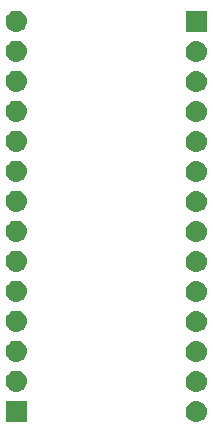
<source format=gbr>
G04 #@! TF.GenerationSoftware,KiCad,Pcbnew,(5.1.2)-2*
G04 #@! TF.CreationDate,2019-11-11T20:09:09+01:00*
G04 #@! TF.ProjectId,MCP25625_Breakoutboard,4d435032-3536-4323-955f-427265616b6f,rev?*
G04 #@! TF.SameCoordinates,Original*
G04 #@! TF.FileFunction,Soldermask,Bot*
G04 #@! TF.FilePolarity,Negative*
%FSLAX46Y46*%
G04 Gerber Fmt 4.6, Leading zero omitted, Abs format (unit mm)*
G04 Created by KiCad (PCBNEW (5.1.2)-2) date 2019-11-11 20:09:09*
%MOMM*%
%LPD*%
G04 APERTURE LIST*
%ADD10C,0.100000*%
G04 APERTURE END LIST*
D10*
G36*
X153023523Y-112625519D02*
G01*
X153089707Y-112632037D01*
X153259546Y-112683557D01*
X153416071Y-112767222D01*
X153451809Y-112796552D01*
X153553266Y-112879814D01*
X153636528Y-112981271D01*
X153665858Y-113017009D01*
X153749523Y-113173534D01*
X153801043Y-113343373D01*
X153818439Y-113520000D01*
X153801043Y-113696627D01*
X153749523Y-113866466D01*
X153665858Y-114022991D01*
X153636528Y-114058729D01*
X153553266Y-114160186D01*
X153451809Y-114243448D01*
X153416071Y-114272778D01*
X153259546Y-114356443D01*
X153089707Y-114407963D01*
X153023522Y-114414482D01*
X152957340Y-114421000D01*
X152868820Y-114421000D01*
X152802638Y-114414482D01*
X152736453Y-114407963D01*
X152566614Y-114356443D01*
X152410089Y-114272778D01*
X152374351Y-114243448D01*
X152272894Y-114160186D01*
X152189632Y-114058729D01*
X152160302Y-114022991D01*
X152076637Y-113866466D01*
X152025117Y-113696627D01*
X152007721Y-113520000D01*
X152025117Y-113343373D01*
X152076637Y-113173534D01*
X152160302Y-113017009D01*
X152189632Y-112981271D01*
X152272894Y-112879814D01*
X152374351Y-112796552D01*
X152410089Y-112767222D01*
X152566614Y-112683557D01*
X152736453Y-112632037D01*
X152802637Y-112625519D01*
X152868820Y-112619000D01*
X152957340Y-112619000D01*
X153023523Y-112625519D01*
X153023523Y-112625519D01*
G37*
G36*
X138574080Y-114401000D02*
G01*
X136772080Y-114401000D01*
X136772080Y-112599000D01*
X138574080Y-112599000D01*
X138574080Y-114401000D01*
X138574080Y-114401000D01*
G37*
G36*
X153023523Y-110085519D02*
G01*
X153089707Y-110092037D01*
X153259546Y-110143557D01*
X153416071Y-110227222D01*
X153451809Y-110256552D01*
X153553266Y-110339814D01*
X153636528Y-110441271D01*
X153665858Y-110477009D01*
X153749523Y-110633534D01*
X153801043Y-110803373D01*
X153818439Y-110980000D01*
X153801043Y-111156627D01*
X153749523Y-111326466D01*
X153665858Y-111482991D01*
X153636528Y-111518729D01*
X153553266Y-111620186D01*
X153451809Y-111703448D01*
X153416071Y-111732778D01*
X153259546Y-111816443D01*
X153089707Y-111867963D01*
X153023522Y-111874482D01*
X152957340Y-111881000D01*
X152868820Y-111881000D01*
X152802638Y-111874482D01*
X152736453Y-111867963D01*
X152566614Y-111816443D01*
X152410089Y-111732778D01*
X152374351Y-111703448D01*
X152272894Y-111620186D01*
X152189632Y-111518729D01*
X152160302Y-111482991D01*
X152076637Y-111326466D01*
X152025117Y-111156627D01*
X152007721Y-110980000D01*
X152025117Y-110803373D01*
X152076637Y-110633534D01*
X152160302Y-110477009D01*
X152189632Y-110441271D01*
X152272894Y-110339814D01*
X152374351Y-110256552D01*
X152410089Y-110227222D01*
X152566614Y-110143557D01*
X152736453Y-110092037D01*
X152802637Y-110085519D01*
X152868820Y-110079000D01*
X152957340Y-110079000D01*
X153023523Y-110085519D01*
X153023523Y-110085519D01*
G37*
G36*
X137783522Y-110065518D02*
G01*
X137849707Y-110072037D01*
X138019546Y-110123557D01*
X138176071Y-110207222D01*
X138200441Y-110227222D01*
X138313266Y-110319814D01*
X138396528Y-110421271D01*
X138425858Y-110457009D01*
X138509523Y-110613534D01*
X138561043Y-110783373D01*
X138578439Y-110960000D01*
X138561043Y-111136627D01*
X138509523Y-111306466D01*
X138425858Y-111462991D01*
X138409446Y-111482989D01*
X138313266Y-111600186D01*
X138211809Y-111683448D01*
X138176071Y-111712778D01*
X138019546Y-111796443D01*
X137849707Y-111847963D01*
X137783523Y-111854481D01*
X137717340Y-111861000D01*
X137628820Y-111861000D01*
X137562637Y-111854481D01*
X137496453Y-111847963D01*
X137326614Y-111796443D01*
X137170089Y-111712778D01*
X137134351Y-111683448D01*
X137032894Y-111600186D01*
X136936714Y-111482989D01*
X136920302Y-111462991D01*
X136836637Y-111306466D01*
X136785117Y-111136627D01*
X136767721Y-110960000D01*
X136785117Y-110783373D01*
X136836637Y-110613534D01*
X136920302Y-110457009D01*
X136949632Y-110421271D01*
X137032894Y-110319814D01*
X137145719Y-110227222D01*
X137170089Y-110207222D01*
X137326614Y-110123557D01*
X137496453Y-110072037D01*
X137562638Y-110065518D01*
X137628820Y-110059000D01*
X137717340Y-110059000D01*
X137783522Y-110065518D01*
X137783522Y-110065518D01*
G37*
G36*
X153023522Y-107545518D02*
G01*
X153089707Y-107552037D01*
X153259546Y-107603557D01*
X153416071Y-107687222D01*
X153451809Y-107716552D01*
X153553266Y-107799814D01*
X153636528Y-107901271D01*
X153665858Y-107937009D01*
X153749523Y-108093534D01*
X153801043Y-108263373D01*
X153818439Y-108440000D01*
X153801043Y-108616627D01*
X153749523Y-108786466D01*
X153665858Y-108942991D01*
X153636528Y-108978729D01*
X153553266Y-109080186D01*
X153451809Y-109163448D01*
X153416071Y-109192778D01*
X153259546Y-109276443D01*
X153089707Y-109327963D01*
X153023523Y-109334481D01*
X152957340Y-109341000D01*
X152868820Y-109341000D01*
X152802637Y-109334481D01*
X152736453Y-109327963D01*
X152566614Y-109276443D01*
X152410089Y-109192778D01*
X152374351Y-109163448D01*
X152272894Y-109080186D01*
X152189632Y-108978729D01*
X152160302Y-108942991D01*
X152076637Y-108786466D01*
X152025117Y-108616627D01*
X152007721Y-108440000D01*
X152025117Y-108263373D01*
X152076637Y-108093534D01*
X152160302Y-107937009D01*
X152189632Y-107901271D01*
X152272894Y-107799814D01*
X152374351Y-107716552D01*
X152410089Y-107687222D01*
X152566614Y-107603557D01*
X152736453Y-107552037D01*
X152802638Y-107545518D01*
X152868820Y-107539000D01*
X152957340Y-107539000D01*
X153023522Y-107545518D01*
X153023522Y-107545518D01*
G37*
G36*
X137783522Y-107525518D02*
G01*
X137849707Y-107532037D01*
X138019546Y-107583557D01*
X138176071Y-107667222D01*
X138200441Y-107687222D01*
X138313266Y-107779814D01*
X138396528Y-107881271D01*
X138425858Y-107917009D01*
X138509523Y-108073534D01*
X138561043Y-108243373D01*
X138578439Y-108420000D01*
X138561043Y-108596627D01*
X138509523Y-108766466D01*
X138425858Y-108922991D01*
X138409446Y-108942989D01*
X138313266Y-109060186D01*
X138211809Y-109143448D01*
X138176071Y-109172778D01*
X138019546Y-109256443D01*
X137849707Y-109307963D01*
X137783522Y-109314482D01*
X137717340Y-109321000D01*
X137628820Y-109321000D01*
X137562638Y-109314482D01*
X137496453Y-109307963D01*
X137326614Y-109256443D01*
X137170089Y-109172778D01*
X137134351Y-109143448D01*
X137032894Y-109060186D01*
X136936714Y-108942989D01*
X136920302Y-108922991D01*
X136836637Y-108766466D01*
X136785117Y-108596627D01*
X136767721Y-108420000D01*
X136785117Y-108243373D01*
X136836637Y-108073534D01*
X136920302Y-107917009D01*
X136949632Y-107881271D01*
X137032894Y-107779814D01*
X137145719Y-107687222D01*
X137170089Y-107667222D01*
X137326614Y-107583557D01*
X137496453Y-107532037D01*
X137562638Y-107525518D01*
X137628820Y-107519000D01*
X137717340Y-107519000D01*
X137783522Y-107525518D01*
X137783522Y-107525518D01*
G37*
G36*
X153023522Y-105005518D02*
G01*
X153089707Y-105012037D01*
X153259546Y-105063557D01*
X153416071Y-105147222D01*
X153451809Y-105176552D01*
X153553266Y-105259814D01*
X153636528Y-105361271D01*
X153665858Y-105397009D01*
X153749523Y-105553534D01*
X153801043Y-105723373D01*
X153818439Y-105900000D01*
X153801043Y-106076627D01*
X153749523Y-106246466D01*
X153665858Y-106402991D01*
X153636528Y-106438729D01*
X153553266Y-106540186D01*
X153451809Y-106623448D01*
X153416071Y-106652778D01*
X153259546Y-106736443D01*
X153089707Y-106787963D01*
X153023523Y-106794481D01*
X152957340Y-106801000D01*
X152868820Y-106801000D01*
X152802637Y-106794481D01*
X152736453Y-106787963D01*
X152566614Y-106736443D01*
X152410089Y-106652778D01*
X152374351Y-106623448D01*
X152272894Y-106540186D01*
X152189632Y-106438729D01*
X152160302Y-106402991D01*
X152076637Y-106246466D01*
X152025117Y-106076627D01*
X152007721Y-105900000D01*
X152025117Y-105723373D01*
X152076637Y-105553534D01*
X152160302Y-105397009D01*
X152189632Y-105361271D01*
X152272894Y-105259814D01*
X152374351Y-105176552D01*
X152410089Y-105147222D01*
X152566614Y-105063557D01*
X152736453Y-105012037D01*
X152802638Y-105005518D01*
X152868820Y-104999000D01*
X152957340Y-104999000D01*
X153023522Y-105005518D01*
X153023522Y-105005518D01*
G37*
G36*
X137783522Y-104985518D02*
G01*
X137849707Y-104992037D01*
X138019546Y-105043557D01*
X138176071Y-105127222D01*
X138200441Y-105147222D01*
X138313266Y-105239814D01*
X138396528Y-105341271D01*
X138425858Y-105377009D01*
X138509523Y-105533534D01*
X138561043Y-105703373D01*
X138578439Y-105880000D01*
X138561043Y-106056627D01*
X138509523Y-106226466D01*
X138425858Y-106382991D01*
X138409446Y-106402989D01*
X138313266Y-106520186D01*
X138211809Y-106603448D01*
X138176071Y-106632778D01*
X138019546Y-106716443D01*
X137849707Y-106767963D01*
X137783522Y-106774482D01*
X137717340Y-106781000D01*
X137628820Y-106781000D01*
X137562638Y-106774482D01*
X137496453Y-106767963D01*
X137326614Y-106716443D01*
X137170089Y-106632778D01*
X137134351Y-106603448D01*
X137032894Y-106520186D01*
X136936714Y-106402989D01*
X136920302Y-106382991D01*
X136836637Y-106226466D01*
X136785117Y-106056627D01*
X136767721Y-105880000D01*
X136785117Y-105703373D01*
X136836637Y-105533534D01*
X136920302Y-105377009D01*
X136949632Y-105341271D01*
X137032894Y-105239814D01*
X137145719Y-105147222D01*
X137170089Y-105127222D01*
X137326614Y-105043557D01*
X137496453Y-104992037D01*
X137562638Y-104985518D01*
X137628820Y-104979000D01*
X137717340Y-104979000D01*
X137783522Y-104985518D01*
X137783522Y-104985518D01*
G37*
G36*
X153023523Y-102465519D02*
G01*
X153089707Y-102472037D01*
X153259546Y-102523557D01*
X153416071Y-102607222D01*
X153451809Y-102636552D01*
X153553266Y-102719814D01*
X153636528Y-102821271D01*
X153665858Y-102857009D01*
X153749523Y-103013534D01*
X153801043Y-103183373D01*
X153818439Y-103360000D01*
X153801043Y-103536627D01*
X153749523Y-103706466D01*
X153665858Y-103862991D01*
X153636528Y-103898729D01*
X153553266Y-104000186D01*
X153451809Y-104083448D01*
X153416071Y-104112778D01*
X153259546Y-104196443D01*
X153089707Y-104247963D01*
X153023522Y-104254482D01*
X152957340Y-104261000D01*
X152868820Y-104261000D01*
X152802637Y-104254481D01*
X152736453Y-104247963D01*
X152566614Y-104196443D01*
X152410089Y-104112778D01*
X152374351Y-104083448D01*
X152272894Y-104000186D01*
X152189632Y-103898729D01*
X152160302Y-103862991D01*
X152076637Y-103706466D01*
X152025117Y-103536627D01*
X152007721Y-103360000D01*
X152025117Y-103183373D01*
X152076637Y-103013534D01*
X152160302Y-102857009D01*
X152189632Y-102821271D01*
X152272894Y-102719814D01*
X152374351Y-102636552D01*
X152410089Y-102607222D01*
X152566614Y-102523557D01*
X152736453Y-102472037D01*
X152802637Y-102465519D01*
X152868820Y-102459000D01*
X152957340Y-102459000D01*
X153023523Y-102465519D01*
X153023523Y-102465519D01*
G37*
G36*
X137783522Y-102445518D02*
G01*
X137849707Y-102452037D01*
X138019546Y-102503557D01*
X138176071Y-102587222D01*
X138200441Y-102607222D01*
X138313266Y-102699814D01*
X138396528Y-102801271D01*
X138425858Y-102837009D01*
X138509523Y-102993534D01*
X138561043Y-103163373D01*
X138578439Y-103340000D01*
X138561043Y-103516627D01*
X138509523Y-103686466D01*
X138425858Y-103842991D01*
X138409446Y-103862989D01*
X138313266Y-103980186D01*
X138211809Y-104063448D01*
X138176071Y-104092778D01*
X138019546Y-104176443D01*
X137849707Y-104227963D01*
X137783522Y-104234482D01*
X137717340Y-104241000D01*
X137628820Y-104241000D01*
X137562638Y-104234482D01*
X137496453Y-104227963D01*
X137326614Y-104176443D01*
X137170089Y-104092778D01*
X137134351Y-104063448D01*
X137032894Y-103980186D01*
X136936714Y-103862989D01*
X136920302Y-103842991D01*
X136836637Y-103686466D01*
X136785117Y-103516627D01*
X136767721Y-103340000D01*
X136785117Y-103163373D01*
X136836637Y-102993534D01*
X136920302Y-102837009D01*
X136949632Y-102801271D01*
X137032894Y-102699814D01*
X137145719Y-102607222D01*
X137170089Y-102587222D01*
X137326614Y-102503557D01*
X137496453Y-102452037D01*
X137562637Y-102445519D01*
X137628820Y-102439000D01*
X137717340Y-102439000D01*
X137783522Y-102445518D01*
X137783522Y-102445518D01*
G37*
G36*
X153023523Y-99925519D02*
G01*
X153089707Y-99932037D01*
X153259546Y-99983557D01*
X153416071Y-100067222D01*
X153451809Y-100096552D01*
X153553266Y-100179814D01*
X153636528Y-100281271D01*
X153665858Y-100317009D01*
X153749523Y-100473534D01*
X153801043Y-100643373D01*
X153818439Y-100820000D01*
X153801043Y-100996627D01*
X153749523Y-101166466D01*
X153665858Y-101322991D01*
X153636528Y-101358729D01*
X153553266Y-101460186D01*
X153451809Y-101543448D01*
X153416071Y-101572778D01*
X153259546Y-101656443D01*
X153089707Y-101707963D01*
X153023522Y-101714482D01*
X152957340Y-101721000D01*
X152868820Y-101721000D01*
X152802637Y-101714481D01*
X152736453Y-101707963D01*
X152566614Y-101656443D01*
X152410089Y-101572778D01*
X152374351Y-101543448D01*
X152272894Y-101460186D01*
X152189632Y-101358729D01*
X152160302Y-101322991D01*
X152076637Y-101166466D01*
X152025117Y-100996627D01*
X152007721Y-100820000D01*
X152025117Y-100643373D01*
X152076637Y-100473534D01*
X152160302Y-100317009D01*
X152189632Y-100281271D01*
X152272894Y-100179814D01*
X152374351Y-100096552D01*
X152410089Y-100067222D01*
X152566614Y-99983557D01*
X152736453Y-99932037D01*
X152802637Y-99925519D01*
X152868820Y-99919000D01*
X152957340Y-99919000D01*
X153023523Y-99925519D01*
X153023523Y-99925519D01*
G37*
G36*
X137783523Y-99905519D02*
G01*
X137849707Y-99912037D01*
X138019546Y-99963557D01*
X138176071Y-100047222D01*
X138200441Y-100067222D01*
X138313266Y-100159814D01*
X138396528Y-100261271D01*
X138425858Y-100297009D01*
X138509523Y-100453534D01*
X138561043Y-100623373D01*
X138578439Y-100800000D01*
X138561043Y-100976627D01*
X138509523Y-101146466D01*
X138425858Y-101302991D01*
X138409446Y-101322989D01*
X138313266Y-101440186D01*
X138211809Y-101523448D01*
X138176071Y-101552778D01*
X138019546Y-101636443D01*
X137849707Y-101687963D01*
X137783522Y-101694482D01*
X137717340Y-101701000D01*
X137628820Y-101701000D01*
X137562637Y-101694481D01*
X137496453Y-101687963D01*
X137326614Y-101636443D01*
X137170089Y-101552778D01*
X137134351Y-101523448D01*
X137032894Y-101440186D01*
X136936714Y-101322989D01*
X136920302Y-101302991D01*
X136836637Y-101146466D01*
X136785117Y-100976627D01*
X136767721Y-100800000D01*
X136785117Y-100623373D01*
X136836637Y-100453534D01*
X136920302Y-100297009D01*
X136949632Y-100261271D01*
X137032894Y-100159814D01*
X137145719Y-100067222D01*
X137170089Y-100047222D01*
X137326614Y-99963557D01*
X137496453Y-99912037D01*
X137562637Y-99905519D01*
X137628820Y-99899000D01*
X137717340Y-99899000D01*
X137783523Y-99905519D01*
X137783523Y-99905519D01*
G37*
G36*
X153023523Y-97385519D02*
G01*
X153089707Y-97392037D01*
X153259546Y-97443557D01*
X153416071Y-97527222D01*
X153451809Y-97556552D01*
X153553266Y-97639814D01*
X153636528Y-97741271D01*
X153665858Y-97777009D01*
X153749523Y-97933534D01*
X153801043Y-98103373D01*
X153818439Y-98280000D01*
X153801043Y-98456627D01*
X153749523Y-98626466D01*
X153665858Y-98782991D01*
X153636528Y-98818729D01*
X153553266Y-98920186D01*
X153451809Y-99003448D01*
X153416071Y-99032778D01*
X153259546Y-99116443D01*
X153089707Y-99167963D01*
X153023522Y-99174482D01*
X152957340Y-99181000D01*
X152868820Y-99181000D01*
X152802638Y-99174482D01*
X152736453Y-99167963D01*
X152566614Y-99116443D01*
X152410089Y-99032778D01*
X152374351Y-99003448D01*
X152272894Y-98920186D01*
X152189632Y-98818729D01*
X152160302Y-98782991D01*
X152076637Y-98626466D01*
X152025117Y-98456627D01*
X152007721Y-98280000D01*
X152025117Y-98103373D01*
X152076637Y-97933534D01*
X152160302Y-97777009D01*
X152189632Y-97741271D01*
X152272894Y-97639814D01*
X152374351Y-97556552D01*
X152410089Y-97527222D01*
X152566614Y-97443557D01*
X152736453Y-97392037D01*
X152802637Y-97385519D01*
X152868820Y-97379000D01*
X152957340Y-97379000D01*
X153023523Y-97385519D01*
X153023523Y-97385519D01*
G37*
G36*
X137783523Y-97365519D02*
G01*
X137849707Y-97372037D01*
X138019546Y-97423557D01*
X138176071Y-97507222D01*
X138200441Y-97527222D01*
X138313266Y-97619814D01*
X138396528Y-97721271D01*
X138425858Y-97757009D01*
X138509523Y-97913534D01*
X138561043Y-98083373D01*
X138578439Y-98260000D01*
X138561043Y-98436627D01*
X138509523Y-98606466D01*
X138425858Y-98762991D01*
X138409446Y-98782989D01*
X138313266Y-98900186D01*
X138211809Y-98983448D01*
X138176071Y-99012778D01*
X138019546Y-99096443D01*
X137849707Y-99147963D01*
X137783523Y-99154481D01*
X137717340Y-99161000D01*
X137628820Y-99161000D01*
X137562637Y-99154481D01*
X137496453Y-99147963D01*
X137326614Y-99096443D01*
X137170089Y-99012778D01*
X137134351Y-98983448D01*
X137032894Y-98900186D01*
X136936714Y-98782989D01*
X136920302Y-98762991D01*
X136836637Y-98606466D01*
X136785117Y-98436627D01*
X136767721Y-98260000D01*
X136785117Y-98083373D01*
X136836637Y-97913534D01*
X136920302Y-97757009D01*
X136949632Y-97721271D01*
X137032894Y-97619814D01*
X137145719Y-97527222D01*
X137170089Y-97507222D01*
X137326614Y-97423557D01*
X137496453Y-97372037D01*
X137562637Y-97365519D01*
X137628820Y-97359000D01*
X137717340Y-97359000D01*
X137783523Y-97365519D01*
X137783523Y-97365519D01*
G37*
G36*
X153023522Y-94845518D02*
G01*
X153089707Y-94852037D01*
X153259546Y-94903557D01*
X153416071Y-94987222D01*
X153451809Y-95016552D01*
X153553266Y-95099814D01*
X153636528Y-95201271D01*
X153665858Y-95237009D01*
X153749523Y-95393534D01*
X153801043Y-95563373D01*
X153818439Y-95740000D01*
X153801043Y-95916627D01*
X153749523Y-96086466D01*
X153665858Y-96242991D01*
X153636528Y-96278729D01*
X153553266Y-96380186D01*
X153451809Y-96463448D01*
X153416071Y-96492778D01*
X153259546Y-96576443D01*
X153089707Y-96627963D01*
X153023522Y-96634482D01*
X152957340Y-96641000D01*
X152868820Y-96641000D01*
X152802638Y-96634482D01*
X152736453Y-96627963D01*
X152566614Y-96576443D01*
X152410089Y-96492778D01*
X152374351Y-96463448D01*
X152272894Y-96380186D01*
X152189632Y-96278729D01*
X152160302Y-96242991D01*
X152076637Y-96086466D01*
X152025117Y-95916627D01*
X152007721Y-95740000D01*
X152025117Y-95563373D01*
X152076637Y-95393534D01*
X152160302Y-95237009D01*
X152189632Y-95201271D01*
X152272894Y-95099814D01*
X152374351Y-95016552D01*
X152410089Y-94987222D01*
X152566614Y-94903557D01*
X152736453Y-94852037D01*
X152802638Y-94845518D01*
X152868820Y-94839000D01*
X152957340Y-94839000D01*
X153023522Y-94845518D01*
X153023522Y-94845518D01*
G37*
G36*
X137783522Y-94825518D02*
G01*
X137849707Y-94832037D01*
X138019546Y-94883557D01*
X138176071Y-94967222D01*
X138200441Y-94987222D01*
X138313266Y-95079814D01*
X138396528Y-95181271D01*
X138425858Y-95217009D01*
X138509523Y-95373534D01*
X138561043Y-95543373D01*
X138578439Y-95720000D01*
X138561043Y-95896627D01*
X138509523Y-96066466D01*
X138425858Y-96222991D01*
X138409446Y-96242989D01*
X138313266Y-96360186D01*
X138211809Y-96443448D01*
X138176071Y-96472778D01*
X138019546Y-96556443D01*
X137849707Y-96607963D01*
X137783522Y-96614482D01*
X137717340Y-96621000D01*
X137628820Y-96621000D01*
X137562638Y-96614482D01*
X137496453Y-96607963D01*
X137326614Y-96556443D01*
X137170089Y-96472778D01*
X137134351Y-96443448D01*
X137032894Y-96360186D01*
X136936714Y-96242989D01*
X136920302Y-96222991D01*
X136836637Y-96066466D01*
X136785117Y-95896627D01*
X136767721Y-95720000D01*
X136785117Y-95543373D01*
X136836637Y-95373534D01*
X136920302Y-95217009D01*
X136949632Y-95181271D01*
X137032894Y-95079814D01*
X137145719Y-94987222D01*
X137170089Y-94967222D01*
X137326614Y-94883557D01*
X137496453Y-94832037D01*
X137562638Y-94825518D01*
X137628820Y-94819000D01*
X137717340Y-94819000D01*
X137783522Y-94825518D01*
X137783522Y-94825518D01*
G37*
G36*
X153023523Y-92305519D02*
G01*
X153089707Y-92312037D01*
X153259546Y-92363557D01*
X153416071Y-92447222D01*
X153451809Y-92476552D01*
X153553266Y-92559814D01*
X153636528Y-92661271D01*
X153665858Y-92697009D01*
X153749523Y-92853534D01*
X153801043Y-93023373D01*
X153818439Y-93200000D01*
X153801043Y-93376627D01*
X153749523Y-93546466D01*
X153665858Y-93702991D01*
X153636528Y-93738729D01*
X153553266Y-93840186D01*
X153451809Y-93923448D01*
X153416071Y-93952778D01*
X153259546Y-94036443D01*
X153089707Y-94087963D01*
X153023522Y-94094482D01*
X152957340Y-94101000D01*
X152868820Y-94101000D01*
X152802638Y-94094482D01*
X152736453Y-94087963D01*
X152566614Y-94036443D01*
X152410089Y-93952778D01*
X152374351Y-93923448D01*
X152272894Y-93840186D01*
X152189632Y-93738729D01*
X152160302Y-93702991D01*
X152076637Y-93546466D01*
X152025117Y-93376627D01*
X152007721Y-93200000D01*
X152025117Y-93023373D01*
X152076637Y-92853534D01*
X152160302Y-92697009D01*
X152189632Y-92661271D01*
X152272894Y-92559814D01*
X152374351Y-92476552D01*
X152410089Y-92447222D01*
X152566614Y-92363557D01*
X152736453Y-92312037D01*
X152802637Y-92305519D01*
X152868820Y-92299000D01*
X152957340Y-92299000D01*
X153023523Y-92305519D01*
X153023523Y-92305519D01*
G37*
G36*
X137783522Y-92285518D02*
G01*
X137849707Y-92292037D01*
X138019546Y-92343557D01*
X138176071Y-92427222D01*
X138200441Y-92447222D01*
X138313266Y-92539814D01*
X138396528Y-92641271D01*
X138425858Y-92677009D01*
X138509523Y-92833534D01*
X138561043Y-93003373D01*
X138578439Y-93180000D01*
X138561043Y-93356627D01*
X138509523Y-93526466D01*
X138425858Y-93682991D01*
X138409446Y-93702989D01*
X138313266Y-93820186D01*
X138211809Y-93903448D01*
X138176071Y-93932778D01*
X138019546Y-94016443D01*
X137849707Y-94067963D01*
X137783523Y-94074481D01*
X137717340Y-94081000D01*
X137628820Y-94081000D01*
X137562638Y-94074482D01*
X137496453Y-94067963D01*
X137326614Y-94016443D01*
X137170089Y-93932778D01*
X137134351Y-93903448D01*
X137032894Y-93820186D01*
X136936714Y-93702989D01*
X136920302Y-93682991D01*
X136836637Y-93526466D01*
X136785117Y-93356627D01*
X136767721Y-93180000D01*
X136785117Y-93003373D01*
X136836637Y-92833534D01*
X136920302Y-92677009D01*
X136949632Y-92641271D01*
X137032894Y-92539814D01*
X137145719Y-92447222D01*
X137170089Y-92427222D01*
X137326614Y-92343557D01*
X137496453Y-92292037D01*
X137562638Y-92285518D01*
X137628820Y-92279000D01*
X137717340Y-92279000D01*
X137783522Y-92285518D01*
X137783522Y-92285518D01*
G37*
G36*
X153023522Y-89765518D02*
G01*
X153089707Y-89772037D01*
X153259546Y-89823557D01*
X153416071Y-89907222D01*
X153451809Y-89936552D01*
X153553266Y-90019814D01*
X153636528Y-90121271D01*
X153665858Y-90157009D01*
X153749523Y-90313534D01*
X153801043Y-90483373D01*
X153818439Y-90660000D01*
X153801043Y-90836627D01*
X153749523Y-91006466D01*
X153665858Y-91162991D01*
X153636528Y-91198729D01*
X153553266Y-91300186D01*
X153451809Y-91383448D01*
X153416071Y-91412778D01*
X153259546Y-91496443D01*
X153089707Y-91547963D01*
X153023523Y-91554481D01*
X152957340Y-91561000D01*
X152868820Y-91561000D01*
X152802637Y-91554481D01*
X152736453Y-91547963D01*
X152566614Y-91496443D01*
X152410089Y-91412778D01*
X152374351Y-91383448D01*
X152272894Y-91300186D01*
X152189632Y-91198729D01*
X152160302Y-91162991D01*
X152076637Y-91006466D01*
X152025117Y-90836627D01*
X152007721Y-90660000D01*
X152025117Y-90483373D01*
X152076637Y-90313534D01*
X152160302Y-90157009D01*
X152189632Y-90121271D01*
X152272894Y-90019814D01*
X152374351Y-89936552D01*
X152410089Y-89907222D01*
X152566614Y-89823557D01*
X152736453Y-89772037D01*
X152802638Y-89765518D01*
X152868820Y-89759000D01*
X152957340Y-89759000D01*
X153023522Y-89765518D01*
X153023522Y-89765518D01*
G37*
G36*
X137783523Y-89745519D02*
G01*
X137849707Y-89752037D01*
X138019546Y-89803557D01*
X138176071Y-89887222D01*
X138200441Y-89907222D01*
X138313266Y-89999814D01*
X138396528Y-90101271D01*
X138425858Y-90137009D01*
X138509523Y-90293534D01*
X138561043Y-90463373D01*
X138578439Y-90640000D01*
X138561043Y-90816627D01*
X138509523Y-90986466D01*
X138425858Y-91142991D01*
X138409446Y-91162989D01*
X138313266Y-91280186D01*
X138211809Y-91363448D01*
X138176071Y-91392778D01*
X138019546Y-91476443D01*
X137849707Y-91527963D01*
X137783522Y-91534482D01*
X137717340Y-91541000D01*
X137628820Y-91541000D01*
X137562638Y-91534482D01*
X137496453Y-91527963D01*
X137326614Y-91476443D01*
X137170089Y-91392778D01*
X137134351Y-91363448D01*
X137032894Y-91280186D01*
X136936714Y-91162989D01*
X136920302Y-91142991D01*
X136836637Y-90986466D01*
X136785117Y-90816627D01*
X136767721Y-90640000D01*
X136785117Y-90463373D01*
X136836637Y-90293534D01*
X136920302Y-90137009D01*
X136949632Y-90101271D01*
X137032894Y-89999814D01*
X137145719Y-89907222D01*
X137170089Y-89887222D01*
X137326614Y-89803557D01*
X137496453Y-89752037D01*
X137562637Y-89745519D01*
X137628820Y-89739000D01*
X137717340Y-89739000D01*
X137783523Y-89745519D01*
X137783523Y-89745519D01*
G37*
G36*
X153023523Y-87225519D02*
G01*
X153089707Y-87232037D01*
X153259546Y-87283557D01*
X153416071Y-87367222D01*
X153451809Y-87396552D01*
X153553266Y-87479814D01*
X153636528Y-87581271D01*
X153665858Y-87617009D01*
X153749523Y-87773534D01*
X153801043Y-87943373D01*
X153818439Y-88120000D01*
X153801043Y-88296627D01*
X153749523Y-88466466D01*
X153665858Y-88622991D01*
X153636528Y-88658729D01*
X153553266Y-88760186D01*
X153451809Y-88843448D01*
X153416071Y-88872778D01*
X153259546Y-88956443D01*
X153089707Y-89007963D01*
X153023522Y-89014482D01*
X152957340Y-89021000D01*
X152868820Y-89021000D01*
X152802638Y-89014482D01*
X152736453Y-89007963D01*
X152566614Y-88956443D01*
X152410089Y-88872778D01*
X152374351Y-88843448D01*
X152272894Y-88760186D01*
X152189632Y-88658729D01*
X152160302Y-88622991D01*
X152076637Y-88466466D01*
X152025117Y-88296627D01*
X152007721Y-88120000D01*
X152025117Y-87943373D01*
X152076637Y-87773534D01*
X152160302Y-87617009D01*
X152189632Y-87581271D01*
X152272894Y-87479814D01*
X152374351Y-87396552D01*
X152410089Y-87367222D01*
X152566614Y-87283557D01*
X152736453Y-87232037D01*
X152802637Y-87225519D01*
X152868820Y-87219000D01*
X152957340Y-87219000D01*
X153023523Y-87225519D01*
X153023523Y-87225519D01*
G37*
G36*
X137783522Y-87205518D02*
G01*
X137849707Y-87212037D01*
X138019546Y-87263557D01*
X138176071Y-87347222D01*
X138200441Y-87367222D01*
X138313266Y-87459814D01*
X138396528Y-87561271D01*
X138425858Y-87597009D01*
X138509523Y-87753534D01*
X138561043Y-87923373D01*
X138578439Y-88100000D01*
X138561043Y-88276627D01*
X138509523Y-88446466D01*
X138425858Y-88602991D01*
X138409446Y-88622989D01*
X138313266Y-88740186D01*
X138211809Y-88823448D01*
X138176071Y-88852778D01*
X138019546Y-88936443D01*
X137849707Y-88987963D01*
X137783523Y-88994481D01*
X137717340Y-89001000D01*
X137628820Y-89001000D01*
X137562637Y-88994481D01*
X137496453Y-88987963D01*
X137326614Y-88936443D01*
X137170089Y-88852778D01*
X137134351Y-88823448D01*
X137032894Y-88740186D01*
X136936714Y-88622989D01*
X136920302Y-88602991D01*
X136836637Y-88446466D01*
X136785117Y-88276627D01*
X136767721Y-88100000D01*
X136785117Y-87923373D01*
X136836637Y-87753534D01*
X136920302Y-87597009D01*
X136949632Y-87561271D01*
X137032894Y-87459814D01*
X137145719Y-87367222D01*
X137170089Y-87347222D01*
X137326614Y-87263557D01*
X137496453Y-87212037D01*
X137562638Y-87205518D01*
X137628820Y-87199000D01*
X137717340Y-87199000D01*
X137783522Y-87205518D01*
X137783522Y-87205518D01*
G37*
G36*
X153023522Y-84685518D02*
G01*
X153089707Y-84692037D01*
X153259546Y-84743557D01*
X153416071Y-84827222D01*
X153451809Y-84856552D01*
X153553266Y-84939814D01*
X153636528Y-85041271D01*
X153665858Y-85077009D01*
X153749523Y-85233534D01*
X153801043Y-85403373D01*
X153818439Y-85580000D01*
X153801043Y-85756627D01*
X153749523Y-85926466D01*
X153665858Y-86082991D01*
X153636528Y-86118729D01*
X153553266Y-86220186D01*
X153451809Y-86303448D01*
X153416071Y-86332778D01*
X153259546Y-86416443D01*
X153089707Y-86467963D01*
X153023522Y-86474482D01*
X152957340Y-86481000D01*
X152868820Y-86481000D01*
X152802638Y-86474482D01*
X152736453Y-86467963D01*
X152566614Y-86416443D01*
X152410089Y-86332778D01*
X152374351Y-86303448D01*
X152272894Y-86220186D01*
X152189632Y-86118729D01*
X152160302Y-86082991D01*
X152076637Y-85926466D01*
X152025117Y-85756627D01*
X152007721Y-85580000D01*
X152025117Y-85403373D01*
X152076637Y-85233534D01*
X152160302Y-85077009D01*
X152189632Y-85041271D01*
X152272894Y-84939814D01*
X152374351Y-84856552D01*
X152410089Y-84827222D01*
X152566614Y-84743557D01*
X152736453Y-84692037D01*
X152802638Y-84685518D01*
X152868820Y-84679000D01*
X152957340Y-84679000D01*
X153023522Y-84685518D01*
X153023522Y-84685518D01*
G37*
G36*
X137783523Y-84665519D02*
G01*
X137849707Y-84672037D01*
X138019546Y-84723557D01*
X138176071Y-84807222D01*
X138200441Y-84827222D01*
X138313266Y-84919814D01*
X138396528Y-85021271D01*
X138425858Y-85057009D01*
X138509523Y-85213534D01*
X138561043Y-85383373D01*
X138578439Y-85560000D01*
X138561043Y-85736627D01*
X138509523Y-85906466D01*
X138425858Y-86062991D01*
X138409446Y-86082989D01*
X138313266Y-86200186D01*
X138211809Y-86283448D01*
X138176071Y-86312778D01*
X138019546Y-86396443D01*
X137849707Y-86447963D01*
X137783522Y-86454482D01*
X137717340Y-86461000D01*
X137628820Y-86461000D01*
X137562638Y-86454482D01*
X137496453Y-86447963D01*
X137326614Y-86396443D01*
X137170089Y-86312778D01*
X137134351Y-86283448D01*
X137032894Y-86200186D01*
X136936714Y-86082989D01*
X136920302Y-86062991D01*
X136836637Y-85906466D01*
X136785117Y-85736627D01*
X136767721Y-85560000D01*
X136785117Y-85383373D01*
X136836637Y-85213534D01*
X136920302Y-85057009D01*
X136949632Y-85021271D01*
X137032894Y-84919814D01*
X137145719Y-84827222D01*
X137170089Y-84807222D01*
X137326614Y-84723557D01*
X137496453Y-84672037D01*
X137562637Y-84665519D01*
X137628820Y-84659000D01*
X137717340Y-84659000D01*
X137783523Y-84665519D01*
X137783523Y-84665519D01*
G37*
G36*
X153023522Y-82145518D02*
G01*
X153089707Y-82152037D01*
X153259546Y-82203557D01*
X153416071Y-82287222D01*
X153451809Y-82316552D01*
X153553266Y-82399814D01*
X153636528Y-82501271D01*
X153665858Y-82537009D01*
X153749523Y-82693534D01*
X153801043Y-82863373D01*
X153818439Y-83040000D01*
X153801043Y-83216627D01*
X153749523Y-83386466D01*
X153665858Y-83542991D01*
X153636528Y-83578729D01*
X153553266Y-83680186D01*
X153451809Y-83763448D01*
X153416071Y-83792778D01*
X153259546Y-83876443D01*
X153089707Y-83927963D01*
X153023523Y-83934481D01*
X152957340Y-83941000D01*
X152868820Y-83941000D01*
X152802637Y-83934481D01*
X152736453Y-83927963D01*
X152566614Y-83876443D01*
X152410089Y-83792778D01*
X152374351Y-83763448D01*
X152272894Y-83680186D01*
X152189632Y-83578729D01*
X152160302Y-83542991D01*
X152076637Y-83386466D01*
X152025117Y-83216627D01*
X152007721Y-83040000D01*
X152025117Y-82863373D01*
X152076637Y-82693534D01*
X152160302Y-82537009D01*
X152189632Y-82501271D01*
X152272894Y-82399814D01*
X152374351Y-82316552D01*
X152410089Y-82287222D01*
X152566614Y-82203557D01*
X152736453Y-82152037D01*
X152802638Y-82145518D01*
X152868820Y-82139000D01*
X152957340Y-82139000D01*
X153023522Y-82145518D01*
X153023522Y-82145518D01*
G37*
G36*
X137783522Y-82125518D02*
G01*
X137849707Y-82132037D01*
X138019546Y-82183557D01*
X138176071Y-82267222D01*
X138200441Y-82287222D01*
X138313266Y-82379814D01*
X138396528Y-82481271D01*
X138425858Y-82517009D01*
X138509523Y-82673534D01*
X138561043Y-82843373D01*
X138578439Y-83020000D01*
X138561043Y-83196627D01*
X138509523Y-83366466D01*
X138425858Y-83522991D01*
X138409446Y-83542989D01*
X138313266Y-83660186D01*
X138211809Y-83743448D01*
X138176071Y-83772778D01*
X138019546Y-83856443D01*
X137849707Y-83907963D01*
X137783522Y-83914482D01*
X137717340Y-83921000D01*
X137628820Y-83921000D01*
X137562638Y-83914482D01*
X137496453Y-83907963D01*
X137326614Y-83856443D01*
X137170089Y-83772778D01*
X137134351Y-83743448D01*
X137032894Y-83660186D01*
X136936714Y-83542989D01*
X136920302Y-83522991D01*
X136836637Y-83366466D01*
X136785117Y-83196627D01*
X136767721Y-83020000D01*
X136785117Y-82843373D01*
X136836637Y-82673534D01*
X136920302Y-82517009D01*
X136949632Y-82481271D01*
X137032894Y-82379814D01*
X137145719Y-82287222D01*
X137170089Y-82267222D01*
X137326614Y-82183557D01*
X137496453Y-82132037D01*
X137562638Y-82125518D01*
X137628820Y-82119000D01*
X137717340Y-82119000D01*
X137783522Y-82125518D01*
X137783522Y-82125518D01*
G37*
G36*
X153814080Y-81401000D02*
G01*
X152012080Y-81401000D01*
X152012080Y-79599000D01*
X153814080Y-79599000D01*
X153814080Y-81401000D01*
X153814080Y-81401000D01*
G37*
G36*
X137783523Y-79585519D02*
G01*
X137849707Y-79592037D01*
X138019546Y-79643557D01*
X138176071Y-79727222D01*
X138211809Y-79756552D01*
X138313266Y-79839814D01*
X138396528Y-79941271D01*
X138425858Y-79977009D01*
X138509523Y-80133534D01*
X138561043Y-80303373D01*
X138578439Y-80480000D01*
X138561043Y-80656627D01*
X138509523Y-80826466D01*
X138425858Y-80982991D01*
X138396528Y-81018729D01*
X138313266Y-81120186D01*
X138211809Y-81203448D01*
X138176071Y-81232778D01*
X138019546Y-81316443D01*
X137849707Y-81367963D01*
X137783523Y-81374481D01*
X137717340Y-81381000D01*
X137628820Y-81381000D01*
X137562637Y-81374481D01*
X137496453Y-81367963D01*
X137326614Y-81316443D01*
X137170089Y-81232778D01*
X137134351Y-81203448D01*
X137032894Y-81120186D01*
X136949632Y-81018729D01*
X136920302Y-80982991D01*
X136836637Y-80826466D01*
X136785117Y-80656627D01*
X136767721Y-80480000D01*
X136785117Y-80303373D01*
X136836637Y-80133534D01*
X136920302Y-79977009D01*
X136949632Y-79941271D01*
X137032894Y-79839814D01*
X137134351Y-79756552D01*
X137170089Y-79727222D01*
X137326614Y-79643557D01*
X137496453Y-79592037D01*
X137562637Y-79585519D01*
X137628820Y-79579000D01*
X137717340Y-79579000D01*
X137783523Y-79585519D01*
X137783523Y-79585519D01*
G37*
M02*

</source>
